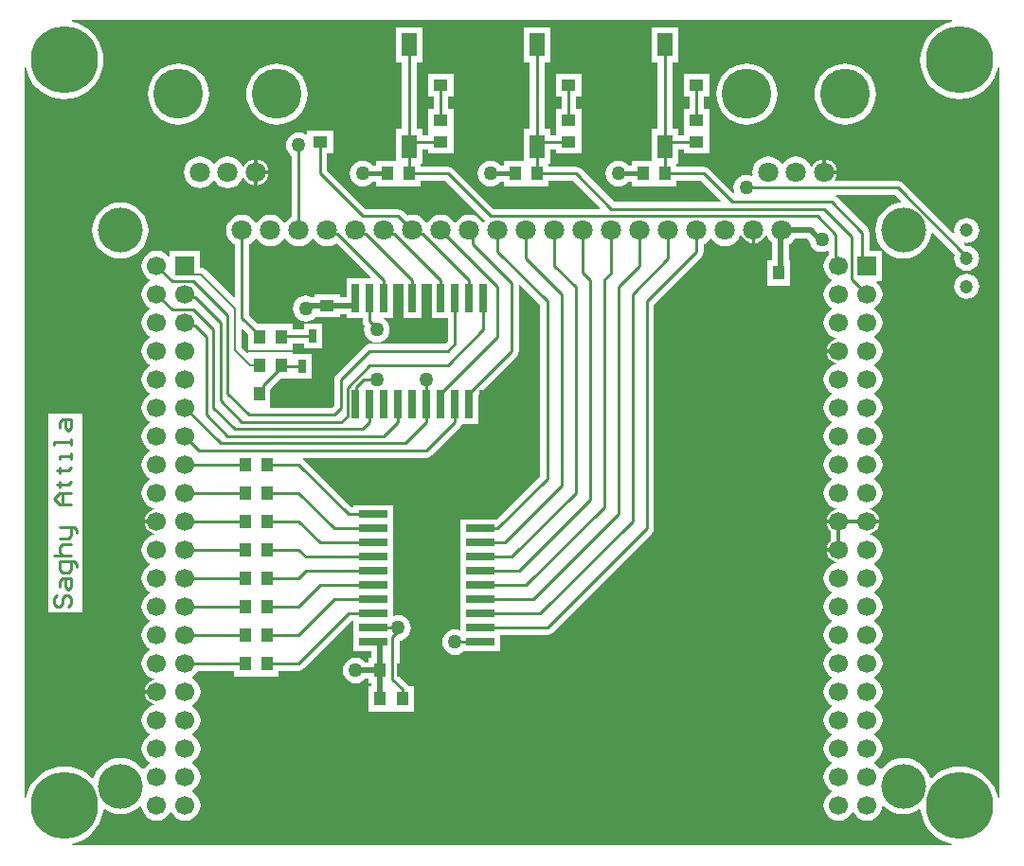
<source format=gtl>
G04*
G04 #@! TF.GenerationSoftware,Altium Limited,Altium Designer,23.3.1 (30)*
G04*
G04 Layer_Physical_Order=1*
G04 Layer_Color=255*
%FSLAX25Y25*%
%MOIN*%
G70*
G04*
G04 #@! TF.SameCoordinates,9A21843B-87D8-4875-86EA-9B3002E87254*
G04*
G04*
G04 #@! TF.FilePolarity,Positive*
G04*
G01*
G75*
%ADD11C,0.00787*%
%ADD12C,0.01000*%
%ADD28R,0.02500X0.10000*%
%ADD29R,0.10000X0.02500*%
%ADD30R,0.03937X0.05118*%
%ADD31R,0.05512X0.08268*%
%ADD32R,0.05118X0.03937*%
%ADD33R,0.02559X0.04724*%
%ADD34C,0.00984*%
%ADD35C,0.01378*%
%ADD36C,0.01968*%
%ADD37C,0.01575*%
%ADD38C,0.04724*%
%ADD39C,0.07087*%
%ADD40C,0.15748*%
%ADD41C,0.17559*%
%ADD42C,0.23622*%
%ADD43C,0.06693*%
%ADD44R,0.06693X0.06693*%
%ADD45C,0.05000*%
G36*
X332479Y296066D02*
X330729Y295646D01*
X328725Y294816D01*
X326876Y293682D01*
X325226Y292274D01*
X323818Y290624D01*
X322684Y288775D01*
X321854Y286771D01*
X321348Y284662D01*
X321178Y282500D01*
X321348Y280338D01*
X321854Y278229D01*
X322684Y276225D01*
X323818Y274376D01*
X325226Y272726D01*
X326876Y271318D01*
X328725Y270184D01*
X330729Y269354D01*
X332838Y268848D01*
X335000Y268678D01*
X337162Y268848D01*
X339271Y269354D01*
X341275Y270184D01*
X343124Y271318D01*
X344774Y272726D01*
X346182Y274376D01*
X347316Y276225D01*
X348146Y278229D01*
X348566Y279979D01*
X349066Y279920D01*
X349066Y22580D01*
X348566Y22521D01*
X348146Y24271D01*
X347316Y26275D01*
X346182Y28124D01*
X344774Y29774D01*
X343124Y31182D01*
X341275Y32316D01*
X339271Y33146D01*
X337162Y33652D01*
X335000Y33822D01*
X332838Y33652D01*
X330729Y33146D01*
X328725Y32316D01*
X326876Y31182D01*
X325226Y29774D01*
X325167Y29705D01*
X324678Y29807D01*
X324432Y30615D01*
X323519Y32325D01*
X322289Y33824D01*
X320790Y35054D01*
X319080Y35968D01*
X317225Y36531D01*
X315295Y36721D01*
X313366Y36531D01*
X311510Y35968D01*
X309801Y35054D01*
X308302Y33824D01*
X307557Y32917D01*
X306937Y32949D01*
X306291Y33791D01*
X305180Y34643D01*
X304921Y34750D01*
Y35250D01*
X305180Y35357D01*
X306291Y36209D01*
X307143Y37320D01*
X307678Y38612D01*
X307861Y40000D01*
X307678Y41388D01*
X307143Y42680D01*
X306291Y43791D01*
X305180Y44643D01*
X304921Y44750D01*
Y45250D01*
X305180Y45357D01*
X306291Y46209D01*
X307143Y47320D01*
X307678Y48612D01*
X307861Y50000D01*
X307678Y51388D01*
X307143Y52680D01*
X306291Y53791D01*
X305180Y54643D01*
X304921Y54750D01*
Y55250D01*
X305180Y55357D01*
X306291Y56209D01*
X307143Y57320D01*
X307678Y58613D01*
X307861Y60000D01*
X307678Y61387D01*
X307143Y62680D01*
X306291Y63791D01*
X305180Y64643D01*
X304921Y64750D01*
Y65250D01*
X305180Y65357D01*
X306291Y66209D01*
X307143Y67320D01*
X307678Y68612D01*
X307861Y70000D01*
X307678Y71387D01*
X307143Y72680D01*
X306291Y73791D01*
X305180Y74643D01*
X304921Y74750D01*
Y75250D01*
X305180Y75357D01*
X306291Y76209D01*
X307143Y77320D01*
X307678Y78613D01*
X307861Y80000D01*
X307678Y81388D01*
X307143Y82680D01*
X306291Y83791D01*
X305180Y84643D01*
X304921Y84750D01*
Y85250D01*
X305180Y85357D01*
X306291Y86209D01*
X307143Y87320D01*
X307678Y88613D01*
X307861Y90000D01*
X307678Y91387D01*
X307143Y92680D01*
X306291Y93791D01*
X305180Y94643D01*
X304921Y94750D01*
Y95250D01*
X305180Y95357D01*
X306291Y96209D01*
X307143Y97320D01*
X307678Y98612D01*
X307861Y100000D01*
X307678Y101388D01*
X307143Y102680D01*
X306291Y103791D01*
X305180Y104643D01*
X304921Y104750D01*
Y105250D01*
X305180Y105357D01*
X306291Y106209D01*
X307143Y107320D01*
X307678Y108613D01*
X307861Y110000D01*
X307678Y111388D01*
X307143Y112680D01*
X306291Y113791D01*
X305180Y114643D01*
X303888Y115178D01*
X303386Y115244D01*
X303386Y115749D01*
X303630Y115781D01*
X304684Y116217D01*
X305589Y116911D01*
X306283Y117816D01*
X306719Y118869D01*
X306790Y119409D01*
X302500D01*
Y120591D01*
X306790D01*
X306719Y121131D01*
X306283Y122184D01*
X305589Y123089D01*
X304684Y123783D01*
X303630Y124219D01*
X303386Y124251D01*
X303386Y124756D01*
X303888Y124822D01*
X305180Y125357D01*
X306291Y126209D01*
X307143Y127320D01*
X307678Y128612D01*
X307861Y130000D01*
X307678Y131387D01*
X307143Y132680D01*
X306291Y133791D01*
X305180Y134643D01*
X304921Y134750D01*
Y135250D01*
X305180Y135357D01*
X306291Y136209D01*
X307143Y137320D01*
X307678Y138612D01*
X307861Y140000D01*
X307678Y141387D01*
X307143Y142680D01*
X306291Y143791D01*
X305180Y144643D01*
X304921Y144750D01*
Y145250D01*
X305180Y145357D01*
X306291Y146209D01*
X307143Y147320D01*
X307678Y148612D01*
X307861Y150000D01*
X307678Y151388D01*
X307143Y152680D01*
X306291Y153791D01*
X305180Y154643D01*
X304921Y154750D01*
Y155250D01*
X305180Y155357D01*
X306291Y156209D01*
X307143Y157320D01*
X307678Y158613D01*
X307861Y160000D01*
X307678Y161388D01*
X307143Y162680D01*
X306291Y163791D01*
X305180Y164643D01*
X304921Y164750D01*
Y165250D01*
X305180Y165357D01*
X306291Y166209D01*
X307143Y167320D01*
X307678Y168613D01*
X307861Y170000D01*
X307678Y171388D01*
X307143Y172680D01*
X306291Y173791D01*
X305180Y174643D01*
X304921Y174750D01*
Y175250D01*
X305180Y175357D01*
X306291Y176209D01*
X307143Y177320D01*
X307678Y178612D01*
X307861Y180000D01*
X307678Y181387D01*
X307143Y182680D01*
X306291Y183791D01*
X305180Y184643D01*
X304921Y184750D01*
Y185250D01*
X305180Y185357D01*
X306291Y186209D01*
X307143Y187320D01*
X307678Y188612D01*
X307861Y190000D01*
X307678Y191387D01*
X307143Y192680D01*
X306291Y193791D01*
X305180Y194643D01*
X304921Y194750D01*
Y195250D01*
X305180Y195357D01*
X306291Y196209D01*
X307143Y197320D01*
X307678Y198612D01*
X307861Y200000D01*
X307678Y201388D01*
X307143Y202680D01*
X306291Y203791D01*
X305777Y204185D01*
X305946Y204685D01*
X307815D01*
Y215315D01*
X303263D01*
Y221746D01*
X303072Y222706D01*
X302528Y223520D01*
X291774Y234274D01*
X291449Y234491D01*
X291601Y234991D01*
X312201D01*
X314433Y232759D01*
X314264Y232289D01*
X313366Y232200D01*
X311510Y231637D01*
X309801Y230723D01*
X308302Y229493D01*
X307072Y227995D01*
X306158Y226285D01*
X305595Y224429D01*
X305405Y222500D01*
X305595Y220570D01*
X306158Y218715D01*
X307072Y217005D01*
X308302Y215507D01*
X309801Y214277D01*
X311510Y213363D01*
X313366Y212800D01*
X315295Y212610D01*
X317225Y212800D01*
X319080Y213363D01*
X320790Y214277D01*
X322289Y215507D01*
X323519Y217005D01*
X324432Y218715D01*
X324995Y220570D01*
X325084Y221469D01*
X325555Y221638D01*
X333317Y213875D01*
X333281Y213788D01*
X333132Y212657D01*
X333281Y211527D01*
X333717Y210473D01*
X334411Y209569D01*
X335316Y208875D01*
X336369Y208438D01*
X337500Y208289D01*
X338631Y208438D01*
X339684Y208875D01*
X340589Y209569D01*
X341283Y210473D01*
X341719Y211527D01*
X341868Y212657D01*
X341719Y213788D01*
X341283Y214842D01*
X340589Y215746D01*
X339684Y216440D01*
X338631Y216877D01*
X337500Y217026D01*
X337290Y216998D01*
X336533Y217755D01*
X336767Y218228D01*
X337500Y218132D01*
X338631Y218281D01*
X339684Y218717D01*
X340589Y219411D01*
X341283Y220316D01*
X341719Y221370D01*
X341868Y222500D01*
X341719Y223630D01*
X341283Y224684D01*
X340589Y225589D01*
X339684Y226283D01*
X338631Y226719D01*
X337500Y226868D01*
X336369Y226719D01*
X335316Y226283D01*
X334411Y225589D01*
X333717Y224684D01*
X333281Y223630D01*
X333132Y222500D01*
X333228Y221767D01*
X332755Y221533D01*
X315014Y239274D01*
X314200Y239818D01*
X313240Y240009D01*
X291356D01*
X291135Y240457D01*
X291297Y240669D01*
X291754Y241771D01*
X291831Y242362D01*
X287343D01*
Y242953D01*
X286752D01*
Y247442D01*
X286161Y247364D01*
X285059Y246908D01*
X284113Y246182D01*
X283388Y245236D01*
X283225Y244842D01*
X282683D01*
X282315Y245732D01*
X281431Y246884D01*
X280280Y247767D01*
X278939Y248323D01*
X277500Y248512D01*
X276061Y248323D01*
X274720Y247767D01*
X273569Y246884D01*
X272882Y245988D01*
X272276D01*
X271588Y246884D01*
X270437Y247767D01*
X269096Y248323D01*
X267657Y248512D01*
X266219Y248323D01*
X264878Y247767D01*
X263726Y246884D01*
X262843Y245732D01*
X262288Y244392D01*
X262098Y242953D01*
X262230Y241954D01*
X261771Y241603D01*
X261167Y241853D01*
X260000Y242007D01*
X258834Y241853D01*
X257747Y241403D01*
X256813Y240687D01*
X256097Y239754D01*
X255646Y238667D01*
X255493Y237500D01*
X255646Y236333D01*
X255805Y235950D01*
X255382Y235666D01*
X246774Y244274D01*
X245960Y244818D01*
X245000Y245009D01*
X235374D01*
Y245984D01*
X236083D01*
Y251054D01*
X237972D01*
Y249626D01*
X247028D01*
Y257000D01*
X247028Y257500D01*
X247028Y258000D01*
Y265374D01*
X245009D01*
Y269626D01*
X247028D01*
Y277500D01*
X237972D01*
Y269626D01*
X239991D01*
Y265374D01*
X237972D01*
Y258000D01*
X237972Y257500D01*
X237972Y257000D01*
Y256072D01*
X236083D01*
Y258189D01*
X233867D01*
Y281811D01*
X236083D01*
Y294016D01*
X226634D01*
Y281811D01*
X228849D01*
Y258189D01*
X226634D01*
Y247028D01*
X219626D01*
Y245280D01*
X218499D01*
X218187Y245687D01*
X217253Y246403D01*
X216166Y246853D01*
X215000Y247007D01*
X213833Y246853D01*
X212747Y246403D01*
X211813Y245687D01*
X211097Y244754D01*
X210647Y243667D01*
X210493Y242500D01*
X210647Y241334D01*
X211097Y240247D01*
X211813Y239313D01*
X212747Y238597D01*
X213833Y238146D01*
X215000Y237993D01*
X216166Y238146D01*
X217253Y238597D01*
X218187Y239313D01*
X218499Y239720D01*
X219626D01*
Y237972D01*
X227000D01*
X227500Y237972D01*
Y237972D01*
X227500D01*
Y237972D01*
X235374D01*
Y239991D01*
X243961D01*
X250981Y232971D01*
X250790Y232509D01*
X213539D01*
X201774Y244274D01*
X200960Y244818D01*
X200000Y245009D01*
X190374D01*
Y245984D01*
X191083D01*
Y251054D01*
X192973D01*
Y249626D01*
X202028D01*
Y257000D01*
X202028Y257500D01*
X202028Y258000D01*
Y265374D01*
X200009D01*
Y269626D01*
X202028D01*
Y277500D01*
X192973D01*
Y269626D01*
X194991D01*
Y265374D01*
X192973D01*
Y258000D01*
X192972Y257500D01*
X192973Y257000D01*
Y256072D01*
X191083D01*
Y258189D01*
X188867D01*
Y281811D01*
X191083D01*
Y294016D01*
X181634D01*
Y281811D01*
X183849D01*
Y258189D01*
X181634D01*
Y247028D01*
X174626D01*
Y245280D01*
X173500D01*
X173187Y245687D01*
X172254Y246403D01*
X171167Y246853D01*
X170000Y247007D01*
X168833Y246853D01*
X167746Y246403D01*
X166813Y245687D01*
X166097Y244754D01*
X165647Y243667D01*
X165493Y242500D01*
X165647Y241334D01*
X166097Y240247D01*
X166813Y239313D01*
X167746Y238597D01*
X168833Y238146D01*
X170000Y237993D01*
X171167Y238146D01*
X172254Y238597D01*
X173187Y239313D01*
X173500Y239720D01*
X174626D01*
Y237972D01*
X182000D01*
X182500Y237972D01*
Y237972D01*
X182500D01*
Y237972D01*
X190374D01*
Y239991D01*
X198961D01*
X208481Y230471D01*
X208290Y230009D01*
X171039D01*
X156774Y244274D01*
X155960Y244818D01*
X155000Y245009D01*
X145374D01*
Y245984D01*
X146083D01*
Y251054D01*
X147973D01*
Y249626D01*
X157027D01*
Y257000D01*
X157028Y257500D01*
X157027Y258000D01*
Y265374D01*
X155009D01*
Y269626D01*
X157027D01*
Y277500D01*
X147973D01*
Y269626D01*
X149991D01*
Y265374D01*
X147973D01*
Y258000D01*
X147972Y257500D01*
X147973Y257000D01*
Y256072D01*
X146083D01*
Y258189D01*
X143867D01*
Y281811D01*
X146083D01*
Y294016D01*
X136634D01*
Y281811D01*
X138849D01*
Y258189D01*
X136634D01*
Y247028D01*
X129626D01*
Y245280D01*
X128499D01*
X128187Y245687D01*
X127253Y246403D01*
X126166Y246853D01*
X125000Y247007D01*
X123834Y246853D01*
X122747Y246403D01*
X121813Y245687D01*
X121097Y244754D01*
X120647Y243667D01*
X120493Y242500D01*
X120647Y241334D01*
X121097Y240247D01*
X121813Y239313D01*
X122747Y238597D01*
X123834Y238146D01*
X125000Y237993D01*
X126166Y238146D01*
X127253Y238597D01*
X128187Y239313D01*
X128499Y239720D01*
X129626D01*
Y237972D01*
X137000D01*
X137500Y237972D01*
Y237972D01*
X137500D01*
Y237972D01*
X145374D01*
Y239991D01*
X153961D01*
X168114Y225838D01*
X167796Y225424D01*
X167661Y225383D01*
X167339D01*
X167204Y225424D01*
X166431Y226431D01*
X165280Y227315D01*
X163939Y227870D01*
X162500Y228059D01*
X161061Y227870D01*
X159720Y227315D01*
X158569Y226431D01*
X157796Y225424D01*
X157661Y225383D01*
X157339D01*
X157204Y225424D01*
X156431Y226431D01*
X155280Y227315D01*
X153939Y227870D01*
X152500Y228059D01*
X151061Y227870D01*
X149720Y227315D01*
X148569Y226431D01*
X147796Y225424D01*
X147661Y225383D01*
X147339D01*
X147204Y225424D01*
X146431Y226431D01*
X145280Y227315D01*
X143939Y227870D01*
X142500Y228059D01*
X141061Y227870D01*
X140790Y227758D01*
X139274Y229274D01*
X138460Y229818D01*
X137500Y230009D01*
X126039D01*
X112509Y243539D01*
Y249626D01*
X114527D01*
Y257500D01*
X105473D01*
Y256417D01*
X105024Y256196D01*
X104753Y256403D01*
X103666Y256854D01*
X102500Y257007D01*
X101333Y256854D01*
X100247Y256403D01*
X99313Y255687D01*
X98597Y254753D01*
X98146Y253666D01*
X97993Y252500D01*
X98146Y251333D01*
X98597Y250247D01*
X99313Y249313D01*
X99991Y248793D01*
Y227427D01*
X99720Y227315D01*
X98569Y226431D01*
X97796Y225424D01*
X97661Y225383D01*
X97339D01*
X97204Y225424D01*
X96431Y226431D01*
X95280Y227315D01*
X93939Y227870D01*
X92500Y228059D01*
X91061Y227870D01*
X89720Y227315D01*
X88569Y226431D01*
X87796Y225424D01*
X87661Y225383D01*
X87339D01*
X87204Y225424D01*
X86431Y226431D01*
X85280Y227315D01*
X83939Y227870D01*
X82500Y228059D01*
X81061Y227870D01*
X79720Y227315D01*
X78569Y226431D01*
X77685Y225280D01*
X77130Y223939D01*
X76941Y222500D01*
X77130Y221061D01*
X77685Y219720D01*
X78569Y218569D01*
X79720Y217685D01*
X79991Y217573D01*
Y199068D01*
X79529Y198877D01*
X69656Y208750D01*
X68875Y209272D01*
X67953Y209456D01*
X67815D01*
Y215315D01*
X57185D01*
Y213446D01*
X56685Y213277D01*
X56291Y213791D01*
X55180Y214643D01*
X53887Y215178D01*
X52500Y215361D01*
X51113Y215178D01*
X49820Y214643D01*
X48709Y213791D01*
X47857Y212680D01*
X47322Y211387D01*
X47139Y210000D01*
X47322Y208612D01*
X47857Y207320D01*
X48709Y206209D01*
X49820Y205357D01*
X50079Y205250D01*
Y204750D01*
X49820Y204643D01*
X48709Y203791D01*
X47857Y202680D01*
X47322Y201388D01*
X47139Y200000D01*
X47322Y198612D01*
X47857Y197320D01*
X48709Y196209D01*
X49820Y195357D01*
X50079Y195250D01*
Y194750D01*
X49820Y194643D01*
X48709Y193791D01*
X47857Y192680D01*
X47322Y191387D01*
X47139Y190000D01*
X47322Y188612D01*
X47857Y187320D01*
X48709Y186209D01*
X49820Y185357D01*
X50079Y185250D01*
Y184750D01*
X49820Y184643D01*
X48709Y183791D01*
X47857Y182680D01*
X47322Y181387D01*
X47139Y180000D01*
X47322Y178612D01*
X47857Y177320D01*
X48709Y176209D01*
X49820Y175357D01*
X50079Y175250D01*
Y174750D01*
X49820Y174643D01*
X48709Y173791D01*
X47857Y172680D01*
X47322Y171388D01*
X47139Y170000D01*
X47322Y168613D01*
X47857Y167320D01*
X48709Y166209D01*
X49820Y165357D01*
X50079Y165250D01*
Y164750D01*
X49820Y164643D01*
X48709Y163791D01*
X47857Y162680D01*
X47322Y161388D01*
X47139Y160000D01*
X47322Y158613D01*
X47857Y157320D01*
X48709Y156209D01*
X49820Y155357D01*
X50079Y155250D01*
Y154750D01*
X49820Y154643D01*
X48709Y153791D01*
X47857Y152680D01*
X47322Y151388D01*
X47139Y150000D01*
X47322Y148612D01*
X47857Y147320D01*
X48709Y146209D01*
X49820Y145357D01*
X50079Y145250D01*
Y144750D01*
X49820Y144643D01*
X48709Y143791D01*
X47857Y142680D01*
X47322Y141387D01*
X47139Y140000D01*
X47322Y138612D01*
X47857Y137320D01*
X48709Y136209D01*
X49820Y135357D01*
X50079Y135250D01*
Y134750D01*
X49820Y134643D01*
X48709Y133791D01*
X47857Y132680D01*
X47322Y131387D01*
X47139Y130000D01*
X47322Y128612D01*
X47857Y127320D01*
X48709Y126209D01*
X49820Y125357D01*
X51113Y124822D01*
X51614Y124756D01*
X51614Y124251D01*
X51370Y124219D01*
X50316Y123783D01*
X49411Y123089D01*
X48717Y122184D01*
X48281Y121131D01*
X48210Y120591D01*
X52500D01*
Y119409D01*
X48210D01*
X48281Y118869D01*
X48717Y117816D01*
X49411Y116911D01*
X50316Y116217D01*
X51370Y115781D01*
X51614Y115749D01*
X51614Y115244D01*
X51113Y115178D01*
X49820Y114643D01*
X48709Y113791D01*
X47857Y112680D01*
X47322Y111388D01*
X47139Y110000D01*
X47322Y108613D01*
X47857Y107320D01*
X48709Y106209D01*
X49820Y105357D01*
X50079Y105250D01*
Y104750D01*
X49820Y104643D01*
X48709Y103791D01*
X47857Y102680D01*
X47322Y101388D01*
X47139Y100000D01*
X47322Y98612D01*
X47857Y97320D01*
X48709Y96209D01*
X49820Y95357D01*
X50079Y95250D01*
Y94750D01*
X49820Y94643D01*
X48709Y93791D01*
X47857Y92680D01*
X47322Y91387D01*
X47139Y90000D01*
X47322Y88613D01*
X47857Y87320D01*
X48709Y86209D01*
X49820Y85357D01*
X50079Y85250D01*
Y84750D01*
X49820Y84643D01*
X48709Y83791D01*
X47857Y82680D01*
X47322Y81388D01*
X47139Y80000D01*
X47322Y78613D01*
X47857Y77320D01*
X48709Y76209D01*
X49820Y75357D01*
X50079Y75250D01*
Y74750D01*
X49820Y74643D01*
X48709Y73791D01*
X47857Y72680D01*
X47322Y71387D01*
X47139Y70000D01*
X47322Y68612D01*
X47857Y67320D01*
X48709Y66209D01*
X49820Y65357D01*
X51113Y64822D01*
X51614Y64756D01*
X51614Y64252D01*
X51370Y64219D01*
X50316Y63783D01*
X49411Y63089D01*
X48717Y62184D01*
X48281Y61130D01*
X48210Y60590D01*
X52500D01*
Y59409D01*
X48210D01*
X48281Y58869D01*
X48717Y57816D01*
X49411Y56911D01*
X50316Y56217D01*
X51370Y55781D01*
X51614Y55748D01*
X51614Y55244D01*
X51113Y55178D01*
X49820Y54643D01*
X48709Y53791D01*
X47857Y52680D01*
X47322Y51388D01*
X47139Y50000D01*
X47322Y48612D01*
X47857Y47320D01*
X48709Y46209D01*
X49820Y45357D01*
X50079Y45250D01*
Y44750D01*
X49820Y44643D01*
X48709Y43791D01*
X47857Y42680D01*
X47322Y41388D01*
X47139Y40000D01*
X47322Y38612D01*
X47857Y37320D01*
X48709Y36209D01*
X49820Y35357D01*
X50079Y35250D01*
Y34750D01*
X49820Y34643D01*
X48709Y33791D01*
X48063Y32949D01*
X47442Y32917D01*
X46698Y33824D01*
X45199Y35054D01*
X43490Y35968D01*
X41634Y36531D01*
X39705Y36721D01*
X37775Y36531D01*
X35920Y35968D01*
X34210Y35054D01*
X32711Y33824D01*
X31481Y32325D01*
X30567Y30615D01*
X30322Y29807D01*
X29833Y29705D01*
X29774Y29774D01*
X28124Y31182D01*
X26275Y32316D01*
X24271Y33146D01*
X22162Y33652D01*
X20000Y33822D01*
X17838Y33652D01*
X15729Y33146D01*
X13725Y32316D01*
X11876Y31182D01*
X10226Y29774D01*
X8818Y28124D01*
X7684Y26275D01*
X6854Y24271D01*
X6434Y22521D01*
X5934Y22580D01*
X5934Y279920D01*
X6434Y279979D01*
X6854Y278229D01*
X7684Y276225D01*
X8818Y274376D01*
X10226Y272726D01*
X11876Y271318D01*
X13725Y270184D01*
X15729Y269354D01*
X17838Y268848D01*
X20000Y268678D01*
X22162Y268848D01*
X24271Y269354D01*
X26275Y270184D01*
X28124Y271318D01*
X29774Y272726D01*
X31182Y274376D01*
X32316Y276225D01*
X33146Y278229D01*
X33652Y280338D01*
X33822Y282500D01*
X33652Y284662D01*
X33146Y286771D01*
X32316Y288775D01*
X31182Y290624D01*
X29774Y292274D01*
X28124Y293682D01*
X26275Y294816D01*
X24271Y295646D01*
X22521Y296066D01*
X22580Y296566D01*
X332420Y296566D01*
X332479Y296066D01*
D02*
G37*
G36*
X263090Y218011D02*
X263682Y218089D01*
X264783Y218545D01*
X265729Y219271D01*
X266455Y220217D01*
X266697Y220801D01*
X267238D01*
X267685Y219720D01*
X268569Y218569D01*
X268990Y218246D01*
Y212028D01*
X267500D01*
Y202973D01*
X275374D01*
Y212028D01*
X274947D01*
Y217548D01*
X275280Y217685D01*
X276431Y218569D01*
X277162Y219522D01*
X281446D01*
X282173Y218795D01*
X282246Y218233D01*
X282697Y217146D01*
X283413Y216213D01*
X284347Y215497D01*
X285434Y215047D01*
X286600Y214893D01*
X287767Y215047D01*
X288399Y215308D01*
X288899Y214974D01*
Y213936D01*
X288709Y213791D01*
X287857Y212680D01*
X287322Y211387D01*
X287139Y210000D01*
X287322Y208612D01*
X287857Y207320D01*
X288709Y206209D01*
X289820Y205357D01*
X290079Y205250D01*
Y204750D01*
X289820Y204643D01*
X288709Y203791D01*
X287857Y202680D01*
X287322Y201388D01*
X287139Y200000D01*
X287322Y198612D01*
X287857Y197320D01*
X288709Y196209D01*
X289820Y195357D01*
X290079Y195250D01*
Y194750D01*
X289820Y194643D01*
X288709Y193791D01*
X287857Y192680D01*
X287322Y191387D01*
X287139Y190000D01*
X287322Y188612D01*
X287857Y187320D01*
X288709Y186209D01*
X289820Y185357D01*
X291112Y184822D01*
X291614Y184756D01*
X291614Y184251D01*
X291370Y184219D01*
X290316Y183783D01*
X289411Y183089D01*
X288717Y182184D01*
X288281Y181131D01*
X288210Y180591D01*
X292500D01*
Y179409D01*
X288210D01*
X288281Y178869D01*
X288717Y177816D01*
X289411Y176911D01*
X290316Y176217D01*
X291370Y175781D01*
X291614Y175749D01*
X291614Y175244D01*
X291112Y175178D01*
X289820Y174643D01*
X288709Y173791D01*
X287857Y172680D01*
X287322Y171388D01*
X287139Y170000D01*
X287322Y168613D01*
X287857Y167320D01*
X288709Y166209D01*
X289820Y165357D01*
X290079Y165250D01*
Y164750D01*
X289820Y164643D01*
X288709Y163791D01*
X287857Y162680D01*
X287322Y161388D01*
X287139Y160000D01*
X287322Y158613D01*
X287857Y157320D01*
X288709Y156209D01*
X289820Y155357D01*
X290079Y155250D01*
Y154750D01*
X289820Y154643D01*
X288709Y153791D01*
X287857Y152680D01*
X287322Y151388D01*
X287139Y150000D01*
X287322Y148612D01*
X287857Y147320D01*
X288709Y146209D01*
X289820Y145357D01*
X290079Y145250D01*
Y144750D01*
X289820Y144643D01*
X288709Y143791D01*
X287857Y142680D01*
X287322Y141387D01*
X287139Y140000D01*
X287322Y138612D01*
X287857Y137320D01*
X288709Y136209D01*
X289820Y135357D01*
X290079Y135250D01*
Y134750D01*
X289820Y134643D01*
X288709Y133791D01*
X287857Y132680D01*
X287322Y131387D01*
X287139Y130000D01*
X287322Y128612D01*
X287857Y127320D01*
X288709Y126209D01*
X289820Y125357D01*
X291112Y124822D01*
X291614Y124756D01*
X291614Y124251D01*
X291370Y124219D01*
X290316Y123783D01*
X289411Y123089D01*
X288717Y122184D01*
X288281Y121131D01*
X288210Y120591D01*
X292500D01*
Y119409D01*
X288210D01*
X288281Y118869D01*
X288717Y117816D01*
X289411Y116911D01*
X289820Y116598D01*
Y113402D01*
X289411Y113089D01*
X288717Y112184D01*
X288281Y111130D01*
X288210Y110591D01*
X292500D01*
Y109409D01*
X288210D01*
X288281Y108870D01*
X288717Y107816D01*
X289411Y106911D01*
X290316Y106217D01*
X291370Y105781D01*
X291614Y105748D01*
X291614Y105244D01*
X291112Y105178D01*
X289820Y104643D01*
X288709Y103791D01*
X287857Y102680D01*
X287322Y101388D01*
X287139Y100000D01*
X287322Y98612D01*
X287857Y97320D01*
X288709Y96209D01*
X289820Y95357D01*
X290079Y95250D01*
Y94750D01*
X289820Y94643D01*
X288709Y93791D01*
X287857Y92680D01*
X287322Y91387D01*
X287139Y90000D01*
X287322Y88613D01*
X287857Y87320D01*
X288709Y86209D01*
X289820Y85357D01*
X290079Y85250D01*
Y84750D01*
X289820Y84643D01*
X288709Y83791D01*
X287857Y82680D01*
X287322Y81388D01*
X287139Y80000D01*
X287322Y78613D01*
X287857Y77320D01*
X288709Y76209D01*
X289820Y75357D01*
X290079Y75250D01*
Y74750D01*
X289820Y74643D01*
X288709Y73791D01*
X287857Y72680D01*
X287322Y71387D01*
X287139Y70000D01*
X287322Y68612D01*
X287857Y67320D01*
X288709Y66209D01*
X289820Y65357D01*
X290079Y65250D01*
Y64750D01*
X289820Y64643D01*
X288709Y63791D01*
X287857Y62680D01*
X287322Y61387D01*
X287139Y60000D01*
X287322Y58613D01*
X287857Y57320D01*
X288709Y56209D01*
X289820Y55357D01*
X290079Y55250D01*
Y54750D01*
X289820Y54643D01*
X288709Y53791D01*
X287857Y52680D01*
X287322Y51388D01*
X287139Y50000D01*
X287322Y48612D01*
X287857Y47320D01*
X288709Y46209D01*
X289820Y45357D01*
X290079Y45250D01*
Y44750D01*
X289820Y44643D01*
X288709Y43791D01*
X287857Y42680D01*
X287322Y41388D01*
X287139Y40000D01*
X287322Y38612D01*
X287857Y37320D01*
X288709Y36209D01*
X289820Y35357D01*
X290079Y35250D01*
Y34750D01*
X289820Y34643D01*
X288709Y33791D01*
X287857Y32680D01*
X287322Y31387D01*
X287139Y30000D01*
X287322Y28613D01*
X287857Y27320D01*
X288709Y26209D01*
X289820Y25357D01*
X290079Y25250D01*
Y24750D01*
X289820Y24643D01*
X288709Y23791D01*
X287857Y22680D01*
X287322Y21387D01*
X287139Y20000D01*
X287322Y18612D01*
X287857Y17320D01*
X288709Y16209D01*
X289820Y15357D01*
X291112Y14822D01*
X292500Y14639D01*
X293887Y14822D01*
X295180Y15357D01*
X296291Y16209D01*
X297143Y17320D01*
X297250Y17579D01*
X297750D01*
X297857Y17320D01*
X298709Y16209D01*
X299820Y15357D01*
X301113Y14822D01*
X302500Y14639D01*
X303888Y14822D01*
X305180Y15357D01*
X306291Y16209D01*
X307143Y17320D01*
X307678Y18612D01*
X307814Y19644D01*
X308174Y19787D01*
X308340Y19806D01*
X309801Y18607D01*
X311510Y17693D01*
X313366Y17131D01*
X315295Y16941D01*
X317225Y17131D01*
X319080Y17693D01*
X320790Y18607D01*
X320840Y18648D01*
X321300Y18452D01*
X321348Y17838D01*
X321854Y15729D01*
X322684Y13725D01*
X323818Y11876D01*
X325226Y10226D01*
X326876Y8818D01*
X328725Y7684D01*
X330729Y6854D01*
X332479Y6434D01*
X332420Y5934D01*
X22580Y5934D01*
X22521Y6434D01*
X24271Y6854D01*
X26275Y7684D01*
X28124Y8818D01*
X29774Y10226D01*
X31182Y11876D01*
X32316Y13725D01*
X33146Y15729D01*
X33652Y17838D01*
X33700Y18452D01*
X34160Y18648D01*
X34210Y18607D01*
X35920Y17693D01*
X37775Y17131D01*
X39705Y16941D01*
X41634Y17131D01*
X43490Y17693D01*
X45199Y18607D01*
X46660Y19806D01*
X46826Y19787D01*
X47186Y19644D01*
X47322Y18612D01*
X47857Y17320D01*
X48709Y16209D01*
X49820Y15357D01*
X51113Y14822D01*
X52500Y14639D01*
X53887Y14822D01*
X55180Y15357D01*
X56291Y16209D01*
X57143Y17320D01*
X57250Y17579D01*
X57750D01*
X57857Y17320D01*
X58709Y16209D01*
X59820Y15357D01*
X61112Y14822D01*
X62500Y14639D01*
X63888Y14822D01*
X65180Y15357D01*
X66291Y16209D01*
X67143Y17320D01*
X67678Y18612D01*
X67861Y20000D01*
X67678Y21387D01*
X67143Y22680D01*
X66291Y23791D01*
X65180Y24643D01*
X64921Y24750D01*
Y25250D01*
X65180Y25357D01*
X66291Y26209D01*
X67143Y27320D01*
X67678Y28613D01*
X67861Y30000D01*
X67678Y31387D01*
X67143Y32680D01*
X66291Y33791D01*
X65180Y34643D01*
X64921Y34750D01*
Y35250D01*
X65180Y35357D01*
X66291Y36209D01*
X67143Y37320D01*
X67678Y38612D01*
X67861Y40000D01*
X67678Y41388D01*
X67143Y42680D01*
X66291Y43791D01*
X65180Y44643D01*
X64921Y44750D01*
Y45250D01*
X65180Y45357D01*
X66291Y46209D01*
X67143Y47320D01*
X67678Y48612D01*
X67861Y50000D01*
X67678Y51388D01*
X67143Y52680D01*
X66291Y53791D01*
X65180Y54643D01*
X64921Y54750D01*
Y55250D01*
X65180Y55357D01*
X66291Y56209D01*
X67143Y57320D01*
X67678Y58613D01*
X67861Y60000D01*
X67678Y61387D01*
X67143Y62680D01*
X66291Y63791D01*
X65180Y64643D01*
X64921Y64750D01*
Y65250D01*
X65180Y65357D01*
X66291Y66209D01*
X67143Y67320D01*
X67214Y67491D01*
X79626D01*
Y65473D01*
X87000D01*
X87500Y65472D01*
Y65472D01*
X87500D01*
Y65473D01*
X95374D01*
Y67491D01*
X102500D01*
X103460Y67682D01*
X104274Y68226D01*
X121039Y84991D01*
X121731D01*
Y79282D01*
Y74282D01*
X128085D01*
Y72027D01*
X127126D01*
Y70478D01*
X125847D01*
X125687Y70687D01*
X124753Y71403D01*
X123667Y71854D01*
X122500Y72007D01*
X121334Y71854D01*
X120247Y71403D01*
X119313Y70687D01*
X118597Y69753D01*
X118147Y68666D01*
X117993Y67500D01*
X118147Y66334D01*
X118597Y65246D01*
X119313Y64313D01*
X120247Y63597D01*
X121334Y63147D01*
X122500Y62993D01*
X123667Y63147D01*
X124753Y63597D01*
X125687Y64313D01*
X125847Y64522D01*
X127126D01*
Y62972D01*
X128085D01*
Y62028D01*
X127126D01*
Y52973D01*
X135000D01*
Y52972D01*
X135000Y52972D01*
X135500Y52973D01*
X142874D01*
Y62028D01*
X141108D01*
X140637Y62733D01*
X138001Y65369D01*
Y78059D01*
X138666Y78146D01*
X139753Y78597D01*
X140687Y79313D01*
X141403Y80247D01*
X141853Y81334D01*
X142007Y82500D01*
X141853Y83666D01*
X141403Y84754D01*
X140687Y85687D01*
X139753Y86403D01*
X138666Y86853D01*
X137500Y87007D01*
X136334Y86853D01*
X136084Y86750D01*
X135669Y87028D01*
Y89281D01*
Y94282D01*
Y99282D01*
Y104281D01*
Y109282D01*
Y114281D01*
Y119281D01*
Y125718D01*
X121731D01*
Y125009D01*
X121039D01*
X104274Y141774D01*
X103949Y141991D01*
X104101Y142491D01*
X147500D01*
X148460Y142682D01*
X149274Y143226D01*
X159274Y153226D01*
X159818Y154040D01*
X159856Y154232D01*
X165718D01*
Y164671D01*
X179274Y178226D01*
X179818Y179040D01*
X180009Y180000D01*
Y203290D01*
X180471Y203481D01*
X187491Y196461D01*
Y136039D01*
X172170Y120719D01*
X159332D01*
Y114281D01*
Y109282D01*
Y104281D01*
Y99282D01*
Y94282D01*
Y89281D01*
Y84281D01*
Y82028D01*
X158916Y81750D01*
X158667Y81853D01*
X157500Y82007D01*
X156333Y81853D01*
X155246Y81403D01*
X154313Y80687D01*
X153597Y79754D01*
X153147Y78667D01*
X152993Y77500D01*
X153147Y76333D01*
X153597Y75247D01*
X154313Y74313D01*
X155246Y73597D01*
X156333Y73146D01*
X157500Y72993D01*
X158667Y73146D01*
X159754Y73597D01*
X160646Y74282D01*
X173268D01*
Y79991D01*
X190000D01*
X190960Y80182D01*
X191774Y80726D01*
X226774Y115726D01*
X227318Y116540D01*
X227509Y117500D01*
Y196461D01*
X244274Y213226D01*
X244818Y214040D01*
X245009Y215000D01*
Y217573D01*
X245280Y217685D01*
X246431Y218569D01*
X247204Y219576D01*
X247339Y219617D01*
X247661D01*
X247796Y219576D01*
X248569Y218569D01*
X249720Y217685D01*
X251061Y217130D01*
X252500Y216941D01*
X253939Y217130D01*
X255280Y217685D01*
X256431Y218569D01*
X257314Y219720D01*
X257762Y220801D01*
X258303D01*
X258545Y220217D01*
X259271Y219271D01*
X260217Y218545D01*
X261318Y218089D01*
X261909Y218011D01*
Y222500D01*
X263090D01*
Y218011D01*
D02*
G37*
G36*
X97796Y219576D02*
X98569Y218569D01*
X99720Y217685D01*
X101061Y217130D01*
X102500Y216941D01*
X103939Y217130D01*
X105280Y217685D01*
X106431Y218569D01*
X107204Y219576D01*
X107339Y219617D01*
X107661D01*
X107796Y219576D01*
X108569Y218569D01*
X109720Y217685D01*
X111061Y217130D01*
X112500Y216941D01*
X113939Y217130D01*
X115280Y217685D01*
X115838Y218114D01*
X127722Y206230D01*
X127530Y205768D01*
X119281D01*
Y199041D01*
X117027D01*
Y200000D01*
X107973D01*
Y199041D01*
X106920D01*
X106167Y199354D01*
X105000Y199507D01*
X103833Y199354D01*
X102746Y198903D01*
X101813Y198187D01*
X101097Y197254D01*
X100646Y196167D01*
X100493Y195000D01*
X100646Y193833D01*
X101097Y192746D01*
X101813Y191813D01*
X102746Y191097D01*
X103833Y190647D01*
X105000Y190493D01*
X106167Y190647D01*
X107254Y191097D01*
X108187Y191813D01*
X108427Y192126D01*
X117027D01*
Y193085D01*
X119281D01*
Y191832D01*
X124991D01*
Y190623D01*
X125182Y189663D01*
X125724Y188853D01*
X125646Y188666D01*
X125493Y187500D01*
X125646Y186334D01*
X126097Y185247D01*
X126813Y184313D01*
X127746Y183597D01*
X128833Y183147D01*
X129879Y183009D01*
X129847Y182509D01*
X127500D01*
X126540Y182318D01*
X125726Y181774D01*
X115726Y171774D01*
X115182Y170960D01*
X114991Y170000D01*
Y161039D01*
X113961Y160009D01*
X92588D01*
X92500Y160473D01*
X92500D01*
Y166234D01*
X92548Y166476D01*
Y166973D01*
X96048Y170473D01*
X100374D01*
Y170472D01*
X100512Y170445D01*
X100512Y170445D01*
X100863Y170445D01*
X107008D01*
Y179106D01*
X100512D01*
X100374Y179527D01*
X93000D01*
X92500Y179528D01*
Y179528D01*
X92500D01*
Y179527D01*
X84626D01*
Y179528D01*
X84330Y179405D01*
X82408Y181327D01*
Y187544D01*
X82870Y187735D01*
X84626Y185979D01*
Y180473D01*
X92000D01*
X92500Y180472D01*
X93000Y180473D01*
X100374D01*
Y182716D01*
X104252D01*
Y180894D01*
X110748D01*
Y189555D01*
X104252D01*
Y187733D01*
X100374D01*
Y189527D01*
X93000D01*
X92500Y189528D01*
X92000Y189527D01*
X88174D01*
X85009Y192693D01*
Y217573D01*
X85280Y217685D01*
X86431Y218569D01*
X87204Y219576D01*
X87339Y219617D01*
X87661D01*
X87796Y219576D01*
X88569Y218569D01*
X89720Y217685D01*
X91061Y217130D01*
X92500Y216941D01*
X93939Y217130D01*
X95280Y217685D01*
X96431Y218569D01*
X97204Y219576D01*
X97339Y219617D01*
X97661D01*
X97796Y219576D01*
D02*
G37*
G36*
X139281Y191832D02*
X145719D01*
Y203800D01*
X149282D01*
Y191832D01*
X154991D01*
Y183539D01*
X153961Y182509D01*
X130154D01*
X130121Y183009D01*
X131167Y183147D01*
X132254Y183597D01*
X133187Y184313D01*
X133903Y185247D01*
X134353Y186334D01*
X134507Y187500D01*
X134353Y188666D01*
X133903Y189753D01*
X133187Y190687D01*
X132347Y191332D01*
X132440Y191832D01*
X135719D01*
Y203800D01*
X139281D01*
Y191832D01*
D02*
G37*
%LPC*%
G36*
X294823Y281293D02*
X293136Y281160D01*
X291491Y280765D01*
X289928Y280118D01*
X288486Y279234D01*
X287199Y278135D01*
X286101Y276849D01*
X285217Y275406D01*
X284569Y273843D01*
X284174Y272198D01*
X284042Y270512D01*
X284174Y268825D01*
X284569Y267180D01*
X285217Y265617D01*
X286101Y264175D01*
X287199Y262888D01*
X288486Y261790D01*
X289928Y260906D01*
X291491Y260258D01*
X293136Y259863D01*
X294823Y259731D01*
X296509Y259863D01*
X298154Y260258D01*
X299717Y260906D01*
X301160Y261790D01*
X302446Y262888D01*
X303545Y264175D01*
X304429Y265617D01*
X305076Y267180D01*
X305471Y268825D01*
X305604Y270512D01*
X305471Y272198D01*
X305076Y273843D01*
X304429Y275406D01*
X303545Y276849D01*
X302446Y278135D01*
X301160Y279234D01*
X299717Y280118D01*
X298154Y280765D01*
X296509Y281160D01*
X294823Y281293D01*
D02*
G37*
G36*
X260177D02*
X258491Y281160D01*
X256846Y280765D01*
X255283Y280118D01*
X253840Y279234D01*
X252554Y278135D01*
X251455Y276849D01*
X250571Y275406D01*
X249924Y273843D01*
X249529Y272198D01*
X249396Y270512D01*
X249529Y268825D01*
X249924Y267180D01*
X250571Y265617D01*
X251455Y264175D01*
X252554Y262888D01*
X253840Y261790D01*
X255283Y260906D01*
X256846Y260258D01*
X258491Y259863D01*
X260177Y259731D01*
X261864Y259863D01*
X263509Y260258D01*
X265072Y260906D01*
X266514Y261790D01*
X267801Y262888D01*
X268899Y264175D01*
X269783Y265617D01*
X270431Y267180D01*
X270826Y268825D01*
X270958Y270512D01*
X270826Y272198D01*
X270431Y273843D01*
X269783Y275406D01*
X268899Y276849D01*
X267801Y278135D01*
X266514Y279234D01*
X265072Y280118D01*
X263509Y280765D01*
X261864Y281160D01*
X260177Y281293D01*
D02*
G37*
G36*
X94823D02*
X93136Y281160D01*
X91491Y280765D01*
X89928Y280118D01*
X88486Y279234D01*
X87199Y278135D01*
X86101Y276849D01*
X85217Y275406D01*
X84569Y273843D01*
X84174Y272198D01*
X84042Y270512D01*
X84174Y268825D01*
X84569Y267180D01*
X85217Y265617D01*
X86101Y264175D01*
X87199Y262888D01*
X88486Y261790D01*
X89928Y260906D01*
X91491Y260258D01*
X93136Y259863D01*
X94823Y259731D01*
X96509Y259863D01*
X98154Y260258D01*
X99717Y260906D01*
X101160Y261790D01*
X102446Y262888D01*
X103545Y264175D01*
X104429Y265617D01*
X105076Y267180D01*
X105471Y268825D01*
X105604Y270512D01*
X105471Y272198D01*
X105076Y273843D01*
X104429Y275406D01*
X103545Y276849D01*
X102446Y278135D01*
X101160Y279234D01*
X99717Y280118D01*
X98154Y280765D01*
X96509Y281160D01*
X94823Y281293D01*
D02*
G37*
G36*
X60177D02*
X58491Y281160D01*
X56846Y280765D01*
X55283Y280118D01*
X53840Y279234D01*
X52554Y278135D01*
X51455Y276849D01*
X50571Y275406D01*
X49924Y273843D01*
X49529Y272198D01*
X49396Y270512D01*
X49529Y268825D01*
X49924Y267180D01*
X50571Y265617D01*
X51455Y264175D01*
X52554Y262888D01*
X53840Y261790D01*
X55283Y260906D01*
X56846Y260258D01*
X58491Y259863D01*
X60177Y259731D01*
X61864Y259863D01*
X63509Y260258D01*
X65072Y260906D01*
X66514Y261790D01*
X67801Y262888D01*
X68899Y264175D01*
X69783Y265617D01*
X70431Y267180D01*
X70826Y268825D01*
X70958Y270512D01*
X70826Y272198D01*
X70431Y273843D01*
X69783Y275406D01*
X68899Y276849D01*
X67801Y278135D01*
X66514Y279234D01*
X65072Y280118D01*
X63509Y280765D01*
X61864Y281160D01*
X60177Y281293D01*
D02*
G37*
G36*
X77500Y248512D02*
X76061Y248323D01*
X74720Y247767D01*
X73569Y246884D01*
X72882Y245988D01*
X72276D01*
X71588Y246884D01*
X70437Y247767D01*
X69096Y248323D01*
X67658Y248512D01*
X66219Y248323D01*
X64878Y247767D01*
X63726Y246884D01*
X62843Y245732D01*
X62287Y244392D01*
X62098Y242953D01*
X62287Y241514D01*
X62843Y240173D01*
X63726Y239022D01*
X64878Y238138D01*
X66219Y237583D01*
X67658Y237393D01*
X69096Y237583D01*
X70437Y238138D01*
X71588Y239022D01*
X72276Y239917D01*
X72882D01*
X73569Y239022D01*
X74720Y238138D01*
X76061Y237583D01*
X77500Y237393D01*
X78939Y237583D01*
X80280Y238138D01*
X81431Y239022D01*
X82314Y240173D01*
X82683Y241063D01*
X83224D01*
X83388Y240669D01*
X84113Y239724D01*
X85059Y238998D01*
X86161Y238542D01*
X86752Y238464D01*
Y242953D01*
Y247442D01*
X86161Y247364D01*
X85059Y246908D01*
X84113Y246182D01*
X83388Y245236D01*
X83224Y244842D01*
X82683D01*
X82314Y245732D01*
X81431Y246884D01*
X80280Y247767D01*
X78939Y248323D01*
X77500Y248512D01*
D02*
G37*
G36*
X287933Y247442D02*
Y243543D01*
X291831D01*
X291754Y244135D01*
X291297Y245236D01*
X290572Y246182D01*
X289626Y246908D01*
X288524Y247364D01*
X287933Y247442D01*
D02*
G37*
G36*
X87933D02*
Y243543D01*
X91831D01*
X91754Y244135D01*
X91297Y245236D01*
X90572Y246182D01*
X89626Y246908D01*
X88525Y247364D01*
X87933Y247442D01*
D02*
G37*
G36*
X91831Y242362D02*
X87933D01*
Y238464D01*
X88525Y238542D01*
X89626Y238998D01*
X90572Y239724D01*
X91297Y240669D01*
X91754Y241771D01*
X91831Y242362D01*
D02*
G37*
G36*
X39705Y232390D02*
X37775Y232200D01*
X35920Y231637D01*
X34210Y230723D01*
X32711Y229493D01*
X31481Y227995D01*
X30567Y226285D01*
X30005Y224429D01*
X29815Y222500D01*
X30005Y220570D01*
X30567Y218715D01*
X31481Y217005D01*
X32711Y215507D01*
X34210Y214277D01*
X35920Y213363D01*
X37775Y212800D01*
X39705Y212610D01*
X41634Y212800D01*
X43490Y213363D01*
X45199Y214277D01*
X46698Y215507D01*
X47928Y217005D01*
X48842Y218715D01*
X49405Y220570D01*
X49595Y222500D01*
X49405Y224429D01*
X48842Y226285D01*
X47928Y227995D01*
X46698Y229493D01*
X45199Y230723D01*
X43490Y231637D01*
X41634Y232200D01*
X39705Y232390D01*
D02*
G37*
G36*
X337500Y207183D02*
X336369Y207034D01*
X335316Y206598D01*
X334411Y205904D01*
X333717Y204999D01*
X333281Y203945D01*
X333132Y202815D01*
X333281Y201684D01*
X333717Y200631D01*
X334411Y199726D01*
X335316Y199032D01*
X336369Y198596D01*
X337500Y198447D01*
X338631Y198596D01*
X339684Y199032D01*
X340589Y199726D01*
X341283Y200631D01*
X341719Y201684D01*
X341868Y202815D01*
X341719Y203945D01*
X341283Y204999D01*
X340589Y205904D01*
X339684Y206598D01*
X338631Y207034D01*
X337500Y207183D01*
D02*
G37*
G36*
X26484Y157963D02*
X14518D01*
Y88016D01*
X26484D01*
Y157963D01*
D02*
G37*
%LPD*%
D11*
X65453Y207047D02*
X67953D01*
X80000Y195000D01*
Y180329D02*
Y195000D01*
Y180329D02*
X85329Y175000D01*
X88563D01*
X62500Y210000D02*
X65453Y207047D01*
D12*
X17502Y93999D02*
X16502Y92999D01*
Y91000D01*
X17502Y90000D01*
X18501D01*
X19501Y91000D01*
Y92999D01*
X20501Y93999D01*
X21500D01*
X22500Y92999D01*
Y91000D01*
X21500Y90000D01*
X18501Y96998D02*
Y98997D01*
X19501Y99997D01*
X22500D01*
Y96998D01*
X21500Y95998D01*
X20501Y96998D01*
Y99997D01*
X24499Y103996D02*
Y104995D01*
X23500Y105995D01*
X18501D01*
Y102996D01*
X19501Y101996D01*
X21500D01*
X22500Y102996D01*
Y105995D01*
X16502Y107994D02*
X22500D01*
X19501D01*
X18501Y108994D01*
Y110993D01*
X19501Y111993D01*
X22500D01*
X18501Y113992D02*
X21500D01*
X22500Y114992D01*
Y117991D01*
X23500D01*
X24499Y116991D01*
Y115992D01*
X22500Y117991D02*
X18501D01*
X22500Y125988D02*
X18501D01*
X16502Y127988D01*
X18501Y129987D01*
X22500D01*
X19501D01*
Y125988D01*
X17502Y132986D02*
X18501D01*
Y131986D01*
Y133986D01*
Y132986D01*
X21500D01*
X22500Y133986D01*
X17502Y137985D02*
X18501D01*
Y136985D01*
Y138984D01*
Y137985D01*
X21500D01*
X22500Y138984D01*
Y141983D02*
Y143983D01*
Y142983D01*
X18501D01*
Y141983D01*
X22500Y146982D02*
Y148981D01*
Y147981D01*
X16502D01*
Y146982D01*
X18501Y152980D02*
Y154979D01*
X19501Y155979D01*
X22500D01*
Y152980D01*
X21500Y151980D01*
X20501Y152980D01*
Y155979D01*
D28*
X122500Y161200D02*
D03*
X127500D02*
D03*
X132500D02*
D03*
X137500D02*
D03*
X142500D02*
D03*
X147500D02*
D03*
X152500D02*
D03*
X157500D02*
D03*
X162500D02*
D03*
X167500D02*
D03*
X122500Y198800D02*
D03*
X162500D02*
D03*
X157500D02*
D03*
X127500D02*
D03*
X167500D02*
D03*
X152500D02*
D03*
X137500D02*
D03*
X132500D02*
D03*
X147500D02*
D03*
X142500D02*
D03*
D29*
X166300Y77500D02*
D03*
Y82500D02*
D03*
Y87500D02*
D03*
Y92500D02*
D03*
Y97500D02*
D03*
Y102500D02*
D03*
Y107500D02*
D03*
Y112500D02*
D03*
Y117500D02*
D03*
Y122500D02*
D03*
X128700Y77500D02*
D03*
Y117500D02*
D03*
Y112500D02*
D03*
Y82500D02*
D03*
Y122500D02*
D03*
Y107500D02*
D03*
Y92500D02*
D03*
Y87500D02*
D03*
Y102500D02*
D03*
Y97500D02*
D03*
D30*
X271437Y207500D02*
D03*
X263563D02*
D03*
X223563Y242500D02*
D03*
X231437D02*
D03*
X178563D02*
D03*
X186437D02*
D03*
X133563D02*
D03*
X141437D02*
D03*
X138937Y67500D02*
D03*
X131063D02*
D03*
X138937Y57500D02*
D03*
X131063D02*
D03*
X83563Y140000D02*
D03*
X91437D02*
D03*
X83563Y130000D02*
D03*
X91437D02*
D03*
X83563Y120000D02*
D03*
X91437D02*
D03*
X83563Y110000D02*
D03*
X91437D02*
D03*
X83563Y100000D02*
D03*
X91437D02*
D03*
X83563Y90000D02*
D03*
X91437D02*
D03*
X83563Y80000D02*
D03*
X91437D02*
D03*
X83563Y70000D02*
D03*
X91437D02*
D03*
X96437Y175000D02*
D03*
X88563D02*
D03*
Y185000D02*
D03*
X96437D02*
D03*
X88563Y165000D02*
D03*
X96437D02*
D03*
D31*
X213642Y287913D02*
D03*
Y252087D02*
D03*
X231358D02*
D03*
Y287913D02*
D03*
X168642D02*
D03*
Y252087D02*
D03*
X186358D02*
D03*
Y287913D02*
D03*
X123642D02*
D03*
Y252087D02*
D03*
X141358D02*
D03*
Y287913D02*
D03*
D32*
X110000Y253563D02*
D03*
Y261437D02*
D03*
X152500Y253563D02*
D03*
Y261437D02*
D03*
X197500Y253563D02*
D03*
Y261437D02*
D03*
X242500Y273563D02*
D03*
Y281437D02*
D03*
Y253563D02*
D03*
Y261437D02*
D03*
X112500Y196063D02*
D03*
Y203937D02*
D03*
X197500Y281437D02*
D03*
Y273563D02*
D03*
X152500Y281437D02*
D03*
Y273563D02*
D03*
D33*
X111240Y174776D02*
D03*
X103760D02*
D03*
X107500Y185224D02*
D03*
D34*
X127500Y190623D02*
X130000Y188123D01*
X127500Y190623D02*
Y196300D01*
X130000Y187500D02*
Y188123D01*
X125000Y152500D02*
X127500Y155000D01*
Y161200D01*
X80000Y152500D02*
X125000D01*
X137500Y155000D02*
Y161200D01*
X77500Y150000D02*
X132500D01*
X137500Y155000D01*
X140000Y147500D02*
X147500Y155000D01*
X75000Y147500D02*
X140000D01*
X147500Y155000D02*
Y170000D01*
X67500Y145000D02*
X147500D01*
X157500Y155000D01*
Y161200D01*
X122500Y222500D02*
X123668Y221332D01*
X126168D02*
X142500Y205000D01*
X123668Y221332D02*
X126168D01*
X142500Y198800D02*
Y205000D01*
X152500Y222500D02*
X172500Y202500D01*
Y185000D02*
Y202500D01*
X143668Y221332D02*
X146168D01*
X162500Y198800D02*
Y205000D01*
X146168Y221332D02*
X162500Y205000D01*
X137500Y227500D02*
X143668Y221332D01*
X133668D02*
X136168D01*
X152500Y198800D02*
Y205000D01*
X132500Y222500D02*
X133668Y221332D01*
X136168D02*
X152500Y205000D01*
X113668Y221332D02*
X116168D01*
X132500Y198800D02*
Y205000D01*
X112500Y222500D02*
X113668Y221332D01*
X116168D02*
X132500Y205000D01*
X138863Y57574D02*
X138937Y57500D01*
X135492Y64329D02*
X138863Y60959D01*
Y57574D02*
Y60959D01*
X137500Y81413D02*
Y82500D01*
X135492Y79405D02*
X137500Y81413D01*
X135492Y64329D02*
Y79405D01*
X163668Y217832D02*
X177500Y204000D01*
X163668Y217832D02*
Y221332D01*
X177500Y180000D02*
Y204000D01*
X72500Y160000D02*
X80000Y152500D01*
X153508Y166008D02*
X172500Y185000D01*
X162500Y222500D02*
X163668Y221332D01*
X163508Y166008D02*
X177500Y180000D01*
X125284Y170000D02*
X130000D01*
X122642Y161342D02*
Y167358D01*
X125284Y170000D01*
X119524Y167024D02*
X127500Y175000D01*
X155000D01*
X167500Y187500D01*
X119524Y157024D02*
Y167024D01*
X117500Y170000D02*
X127500Y180000D01*
X155000D01*
X117500Y160000D02*
Y170000D01*
X115000Y157500D02*
X117500Y160000D01*
X85000Y157500D02*
X115000D01*
X82500Y155000D02*
X117500D01*
X119524Y157024D01*
X90039Y168012D02*
X96437Y174409D01*
X90039Y166476D02*
Y168012D01*
X96437Y174409D02*
Y175000D01*
X88563Y165000D02*
X90039Y166476D01*
X96661Y174776D02*
X103760D01*
X96661Y185224D02*
X107500D01*
X96437Y185000D02*
X96661Y185224D01*
X82500Y191654D02*
Y222500D01*
X88563Y185000D02*
Y185591D01*
X82500Y191654D02*
X88563Y185591D01*
X65374Y204626D02*
X77500Y192500D01*
X57874Y204626D02*
X65374D01*
X77500Y165000D02*
Y192500D01*
X62500Y200000D02*
X63592Y198908D01*
X75000Y162500D02*
Y190000D01*
X63592Y198908D02*
X66092D01*
X75000Y190000D01*
X87500Y186063D02*
X88563Y185000D01*
X155000Y180000D02*
X157500Y182500D01*
X172500Y215000D02*
X190000Y197500D01*
X172500Y215000D02*
Y222500D01*
X157500Y77500D02*
X166300D01*
X166300Y77500D01*
X167500Y187500D02*
Y196300D01*
X157500Y182500D02*
Y196300D01*
X77500Y165000D02*
X85000Y157500D01*
X190000Y135000D02*
Y197500D01*
X182500Y212500D02*
X195000Y200000D01*
X182500Y212500D02*
Y222500D01*
X170000Y227500D02*
X285000D01*
X291408Y211092D02*
Y221092D01*
X285000Y227500D02*
X291408Y221092D01*
X212500Y230000D02*
X287500D01*
X297126Y205374D02*
Y220374D01*
X287500Y230000D02*
X297126Y220374D01*
X255000Y232500D02*
X290000D01*
X300754Y221746D01*
Y211746D02*
Y221746D01*
X102500Y252500D02*
X102500Y252500D01*
X102500Y222500D02*
Y252500D01*
X102500Y222500D02*
X102500Y222500D01*
X313240Y237500D02*
X337500Y213240D01*
Y212657D02*
Y213240D01*
X260000Y237500D02*
X313240D01*
X62500Y150000D02*
X67500Y145000D01*
X70000Y157500D02*
X77500Y150000D01*
X75000Y162500D02*
X82500Y155000D01*
X62500Y160000D02*
X75000Y147500D01*
X125000Y227500D02*
X137500D01*
X110000Y242500D02*
Y253563D01*
Y242500D02*
X125000Y227500D01*
X291408Y211092D02*
X292500Y210000D01*
X300754Y211746D02*
X302500Y210000D01*
X155000Y242500D02*
X170000Y227500D01*
X200000Y242500D02*
X212500Y230000D01*
X245000Y242500D02*
X255000Y232500D01*
X231437Y242500D02*
X245000D01*
X141437D02*
X155000D01*
X186437D02*
X200000D01*
X297126Y205374D02*
X302500Y200000D01*
X242500Y261437D02*
Y273563D01*
X197500Y261437D02*
Y273563D01*
X152500Y261437D02*
Y273563D01*
X141358Y252087D02*
X142835Y253563D01*
X152500D01*
X186358Y253465D02*
X186457Y253563D01*
X197500D01*
X231457D02*
X242500D01*
X231358Y253465D02*
X231457Y253563D01*
X141358Y252087D02*
Y287913D01*
Y242579D02*
Y252087D01*
X186358Y253465D02*
Y287913D01*
Y242579D02*
Y252087D01*
X231358Y253465D02*
Y287913D01*
Y242579D02*
Y252087D01*
X242500Y215000D02*
Y222500D01*
X225000Y117500D02*
Y197500D01*
X242500Y215000D01*
X128700Y82500D02*
X137500D01*
X65374Y194626D02*
X72500Y187500D01*
Y160000D02*
Y187500D01*
X70000Y157500D02*
Y185000D01*
X63592Y188908D02*
X66092D01*
X70000Y185000D01*
X62500Y190000D02*
X63592Y188908D01*
X57874Y194626D02*
X65374D01*
X52500Y200000D02*
X57874Y194626D01*
X52500Y210000D02*
X57874Y204626D01*
X205000Y127500D02*
Y205000D01*
X180000Y102500D02*
X205000Y127500D01*
X166300Y102500D02*
X180000D01*
X182500Y97500D02*
X210000Y125000D01*
X166300Y97500D02*
X182500D01*
X210000Y125000D02*
Y205000D01*
X215000Y122500D02*
Y202500D01*
X185000Y92500D02*
X215000Y122500D01*
X166300Y92500D02*
X185000D01*
X187500Y87500D02*
X220000Y120000D01*
Y200000D01*
X166300Y87500D02*
X187500D01*
X190000Y82500D02*
X225000Y117500D01*
X166300Y82500D02*
X190000D01*
X200000Y130000D02*
Y202500D01*
X166300Y107500D02*
X177500D01*
X200000Y130000D01*
X195000Y132500D02*
Y200000D01*
X175000Y112500D02*
X195000Y132500D01*
X166300Y112500D02*
X175000D01*
X166300Y117500D02*
X172500D01*
X190000Y135000D01*
X212500Y207500D02*
Y222500D01*
X210000Y205000D02*
X212500Y207500D01*
X215000Y202500D02*
X222500Y210000D01*
Y222500D01*
X232500Y212500D02*
Y222500D01*
X220000Y200000D02*
X232500Y212500D01*
X202500Y207500D02*
X205000Y205000D01*
X202500Y207500D02*
Y222500D01*
X192500Y210000D02*
Y222500D01*
Y210000D02*
X200000Y202500D01*
X115000Y92500D02*
X128700D01*
X102500Y80000D02*
X115000Y92500D01*
X91437Y80000D02*
X102500D01*
X110000Y97500D02*
X128700D01*
X102500Y90000D02*
X110000Y97500D01*
X91437Y90000D02*
X102500D01*
X105000Y102500D02*
X128700D01*
X102500Y100000D02*
X105000Y102500D01*
X91437Y100000D02*
X102500D01*
X105000Y107500D02*
X128700D01*
X102500Y110000D02*
X105000Y107500D01*
X91437Y110000D02*
X102500D01*
X120000Y122500D02*
X128700D01*
X91437Y140000D02*
X102500D01*
X120000Y122500D01*
X91437Y130000D02*
X102500D01*
X115000Y117500D01*
X128700D01*
X102500Y120000D02*
X110000Y112500D01*
X128700D01*
X91437Y120000D02*
X102500D01*
X120000Y87500D02*
X128700D01*
X91437Y70000D02*
X102500D01*
X120000Y87500D01*
X62500Y140000D02*
X83563D01*
X62500Y130000D02*
X83563D01*
X62500Y120000D02*
X83563D01*
X62500Y110000D02*
X83563D01*
X62500Y100000D02*
X83563D01*
X62500Y90000D02*
X83563D01*
X62500Y80000D02*
X83563D01*
X62500Y70000D02*
X83563D01*
D35*
X292500Y110000D02*
Y120000D01*
X302500D01*
D36*
X105820Y195000D02*
X106883Y196063D01*
X105000Y195000D02*
X105820D01*
X106883Y196063D02*
X112500D01*
X122500Y67500D02*
X131063D01*
X112500Y196063D02*
X122434D01*
X272500Y222500D02*
X282680D01*
X285780Y219400D01*
X286600D01*
X131063Y57500D02*
Y67500D01*
Y77237D01*
X271969Y208032D02*
Y221969D01*
X271437Y207500D02*
X271969Y208032D01*
D37*
X215000Y242500D02*
X223563D01*
X125000D02*
X133563D01*
X170000D02*
X178563D01*
X130800Y77500D02*
X131063Y77237D01*
X128700Y77500D02*
X130800D01*
D38*
X337500Y222500D02*
D03*
Y212657D02*
D03*
Y202815D02*
D03*
D39*
X272500Y222500D02*
D03*
X262500D02*
D03*
X252500D02*
D03*
X242500D02*
D03*
X232500D02*
D03*
X222500D02*
D03*
X212500D02*
D03*
X202500D02*
D03*
X192500D02*
D03*
X182500D02*
D03*
X172500D02*
D03*
X162500D02*
D03*
X152500D02*
D03*
X142500D02*
D03*
X132500D02*
D03*
X122500D02*
D03*
X112500D02*
D03*
X102500D02*
D03*
X92500D02*
D03*
X82500D02*
D03*
X287343Y242953D02*
D03*
X277500D02*
D03*
X267657D02*
D03*
X87343D02*
D03*
X77500D02*
D03*
X67658D02*
D03*
D40*
X315295Y222500D02*
D03*
X39705D02*
D03*
X315295Y26831D02*
D03*
X39705D02*
D03*
D41*
X294823Y270512D02*
D03*
X260177D02*
D03*
X94823D02*
D03*
X60177D02*
D03*
D42*
X335000Y282500D02*
D03*
Y20000D02*
D03*
X20000D02*
D03*
Y282500D02*
D03*
D43*
X62500Y20000D02*
D03*
X52500D02*
D03*
X302500D02*
D03*
X292500D02*
D03*
Y30000D02*
D03*
X302500D02*
D03*
X292500Y40000D02*
D03*
X302500D02*
D03*
X292500Y50000D02*
D03*
X302500D02*
D03*
X292500Y60000D02*
D03*
X302500D02*
D03*
X292500Y70000D02*
D03*
X302500D02*
D03*
X292500Y80000D02*
D03*
X302500D02*
D03*
X292500Y90000D02*
D03*
X302500D02*
D03*
X292500Y100000D02*
D03*
X302500D02*
D03*
X292500Y110000D02*
D03*
X302500D02*
D03*
X292500Y120000D02*
D03*
X302500D02*
D03*
X292500Y130000D02*
D03*
X302500D02*
D03*
X292500Y140000D02*
D03*
X302500D02*
D03*
X292500Y150000D02*
D03*
X302500D02*
D03*
X292500Y160000D02*
D03*
X302500D02*
D03*
X292500Y170000D02*
D03*
X302500D02*
D03*
X292500Y180000D02*
D03*
X302500D02*
D03*
X292500Y190000D02*
D03*
X302500D02*
D03*
X292500Y200000D02*
D03*
X302500D02*
D03*
X292500Y210000D02*
D03*
X52500Y30000D02*
D03*
X62500D02*
D03*
X52500Y40000D02*
D03*
X62500D02*
D03*
X52500Y50000D02*
D03*
X62500D02*
D03*
X52500Y60000D02*
D03*
X62500D02*
D03*
X52500Y70000D02*
D03*
X62500D02*
D03*
X52500Y80000D02*
D03*
X62500D02*
D03*
X52500Y90000D02*
D03*
X62500D02*
D03*
X52500Y100000D02*
D03*
X62500D02*
D03*
X52500Y110000D02*
D03*
X62500D02*
D03*
X52500Y120000D02*
D03*
X62500D02*
D03*
X52500Y130000D02*
D03*
X62500D02*
D03*
X52500Y140000D02*
D03*
X62500D02*
D03*
X52500Y150000D02*
D03*
X62500D02*
D03*
X52500Y160000D02*
D03*
X62500D02*
D03*
X52500Y170000D02*
D03*
X62500D02*
D03*
X52500Y180000D02*
D03*
X62500D02*
D03*
X52500Y190000D02*
D03*
X62500D02*
D03*
X52500Y200000D02*
D03*
X62500D02*
D03*
X52500Y210000D02*
D03*
D44*
X302500D02*
D03*
X62500D02*
D03*
D45*
X130000Y187500D02*
D03*
X147500Y170000D02*
D03*
X130000D02*
D03*
X147500Y187500D02*
D03*
X105000Y210000D02*
D03*
X122500Y67500D02*
D03*
X105000Y195000D02*
D03*
X157500Y77500D02*
D03*
X110000Y165000D02*
D03*
X286600Y219400D02*
D03*
X102500Y252500D02*
D03*
X260000Y237500D02*
D03*
X125000Y242500D02*
D03*
X170000D02*
D03*
X215000D02*
D03*
X137500Y82500D02*
D03*
M02*

</source>
